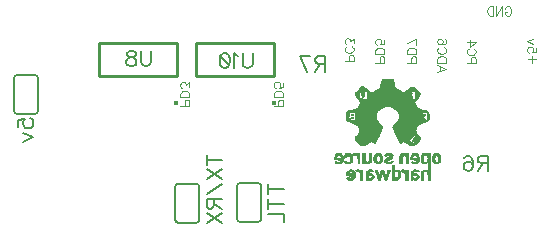
<source format=gbo>
G04 DipTrace 3.1.0.0*
G04 BottomSilk.GBO*
%MOIN*%
G04 #@! TF.FileFunction,Legend,Bot*
G04 #@! TF.Part,Single*
%ADD10C,0.009843*%
%ADD12C,0.002992*%
%ADD44C,0.006*%
%ADD50C,0.015403*%
%ADD86C,0.00772*%
%ADD89C,0.004632*%
%ADD90C,0.003281*%
%FSLAX26Y26*%
G04*
G70*
G90*
G75*
G01*
G04 BotSilk*
%LPD*%
X845324Y265053D2*
D44*
Y375059D1*
X765324Y265053D2*
G03X775324Y255056I9992J-5D01*
G01*
Y385056D2*
G03X765324Y375059I-8J-9992D01*
G01*
X835324Y385056D2*
G02X845324Y375059I8J-9992D01*
G01*
Y265053D2*
G02X835324Y255056I-9992J-5D01*
G01*
X775324D1*
X835324Y385056D2*
X775324D1*
X765324Y375059D2*
Y265053D1*
X639014Y262465D2*
Y372471D1*
X559014Y262465D2*
G03X569014Y252468I9992J-5D01*
G01*
Y382468D2*
G03X559014Y372471I-8J-9992D01*
G01*
X629014Y382468D2*
G02X639014Y372471I8J-9992D01*
G01*
Y262465D2*
G02X629014Y252468I-9992J-5D01*
G01*
X569014D1*
X629014Y382468D2*
X569014D1*
X559014Y372471D2*
Y262465D1*
D50*
X562374Y651147D3*
X563413Y740396D2*
D10*
X303583D1*
X563413Y850632D2*
X303583D1*
Y740396D2*
Y850632D1*
X563413Y740396D2*
Y850632D1*
D50*
X887408Y651147D3*
X888447Y740396D2*
D10*
X628617D1*
X888447Y850632D2*
X628617D1*
Y740396D2*
Y850632D1*
X888447Y740396D2*
Y850632D1*
X101496Y625085D2*
D44*
Y735091D1*
X21496Y625085D2*
G03X31496Y615088I9992J-5D01*
G01*
Y745088D2*
G03X21496Y735091I-8J-9992D01*
G01*
X91496Y745088D2*
G02X101496Y735091I8J-9992D01*
G01*
Y625085D2*
G02X91496Y615088I-9992J-5D01*
G01*
X31496D1*
X91496Y745088D2*
X31496D1*
X21496Y735091D2*
Y625085D1*
X1247912Y731613D2*
D12*
X1283818D1*
X1246531Y728621D2*
X1285199D1*
X1245660Y725629D2*
X1286070D1*
X1245120Y722636D2*
X1286610D1*
X1244546Y719644D2*
X1287184D1*
X1243751Y716652D2*
X1287979D1*
X1242954Y713660D2*
X1288776D1*
X1242410Y710668D2*
X1289320D1*
X1179093Y707676D2*
X1182085D1*
X1241989D2*
X1289741D1*
X1349644D2*
D3*
X1176101Y704684D2*
X1187595D1*
X1241479D2*
X1290251D1*
X1344134D2*
X1355629D1*
X1173109Y701692D2*
X1192723D1*
X1239567D2*
X1292162D1*
X1339006D2*
X1358621D1*
X1170117Y698699D2*
X1197463D1*
X1234634D2*
X1297096D1*
X1334267D2*
X1361613D1*
X1167125Y695707D2*
X1201855D1*
X1228187D2*
X1303543D1*
X1329875D2*
X1364605D1*
X1164144Y692715D2*
X1206022D1*
X1220983D2*
X1310747D1*
X1325707D2*
X1367585D1*
X1161281Y689723D2*
X1176227D1*
X1197046D2*
X1335476D1*
X1358621D2*
X1370449D1*
X1158904Y686731D2*
X1173735D1*
X1179093D2*
X1188070D1*
X1197046D2*
X1343244D1*
X1358621D2*
X1372826D1*
X1157126Y683739D2*
X1171970D1*
X1179105D2*
X1188070D1*
X1197046D2*
X1349644D1*
X1358621D2*
X1374604D1*
X1157343Y680747D2*
X1170790D1*
X1179219D2*
X1188046D1*
X1197046D2*
X1340668D1*
X1358621D2*
X1374386D1*
X1159087Y677755D2*
X1170976D1*
X1179681D2*
X1187818D1*
X1197046D2*
X1344812D1*
X1358621D2*
X1372642D1*
X1161088Y674762D2*
X1171834D1*
X1180704D2*
X1187275D1*
X1197046D2*
X1347882D1*
X1358621D2*
X1370642D1*
X1163091Y671770D2*
X1173109D1*
X1182085D2*
X1184943D1*
X1197046D2*
X1348892D1*
X1358621D2*
X1368639D1*
X1165195Y668778D2*
X1182085D1*
X1197046D2*
X1349644D1*
X1358621D2*
X1366535D1*
X1167518Y665786D2*
X1364211D1*
X1169835Y662794D2*
X1361895D1*
X1171953Y659802D2*
X1359777D1*
X1173999Y656810D2*
X1357731D1*
X1176101Y653818D2*
X1355629D1*
X1174246Y650825D2*
X1357484D1*
X1172539Y647833D2*
X1359190D1*
X1170937Y644841D2*
X1360793D1*
X1169340Y641849D2*
X1362390D1*
X1167239Y638857D2*
X1251030D1*
X1280700D2*
X1364491D1*
X1164339Y635865D2*
X1245558D1*
X1286172D2*
X1367391D1*
X1156471Y632873D2*
X1240894D1*
X1290836D2*
X1375258D1*
X1147086Y629881D2*
X1237285D1*
X1294445D2*
X1384644D1*
X1138770Y626888D2*
X1234626D1*
X1297103D2*
X1392960D1*
X1132351Y623896D2*
X1232584D1*
X1299146D2*
X1399378D1*
X1129815Y620904D2*
X1230863D1*
X1300867D2*
X1401915D1*
X1128956Y617912D2*
X1137203D1*
X1158148D2*
X1229382D1*
X1302348D2*
X1380165D1*
X1397518D2*
X1402774D1*
X1128521Y614920D2*
X1137192D1*
X1143188D2*
X1152164D1*
X1158148D2*
X1228242D1*
X1303487D2*
X1378178D1*
X1382558D2*
X1391534D1*
X1397518D2*
X1403209D1*
X1128337Y611928D2*
X1137078D1*
X1143188D2*
X1152164D1*
X1158148D2*
X1227558D1*
X1304171D2*
X1377749D1*
X1382558D2*
X1389991D1*
X1397518D2*
X1403393D1*
X1128266Y608936D2*
X1136615D1*
X1158148D2*
X1227228D1*
X1304502D2*
X1379405D1*
X1382558D2*
X1385299D1*
X1397518D2*
X1403464D1*
X1128240Y605944D2*
X1135592D1*
X1143188D2*
X1152164D1*
X1158148D2*
X1227181D1*
X1304548D2*
X1383369D1*
X1397518D2*
X1403489D1*
X1128231Y602951D2*
X1134211D1*
X1140196D2*
X1150621D1*
X1158148D2*
X1227513D1*
X1304217D2*
X1385134D1*
X1397518D2*
X1403498D1*
X1128275Y599959D2*
X1137203D1*
X1143188D2*
X1145928D1*
X1158148D2*
X1228323D1*
X1303406D2*
X1389334D1*
X1397518D2*
X1403454D1*
X1128520Y596967D2*
X1140196D1*
X1158148D2*
X1229580D1*
X1302149D2*
X1391534D1*
X1397518D2*
X1403210D1*
X1128975Y593975D2*
X1231314D1*
X1300416D2*
X1402755D1*
X1135691Y590983D2*
X1233573D1*
X1298157D2*
X1396039D1*
X1144365Y587991D2*
X1236215D1*
X1295515D2*
X1387365D1*
X1153017Y584999D2*
X1239142D1*
X1292588D2*
X1378713D1*
X1159655Y582007D2*
X1242323D1*
X1289407D2*
X1372075D1*
X1164642Y579014D2*
X1245404D1*
X1286325D2*
X1367088D1*
X1166963Y576022D2*
X1248050D1*
X1283680D2*
X1364766D1*
X1168649Y573030D2*
X1248684D1*
X1283046D2*
X1363080D1*
X1169907Y570038D2*
X1247978D1*
X1283752D2*
X1361823D1*
X1171029Y567046D2*
X1246985D1*
X1284745D2*
X1360700D1*
X1171870Y564054D2*
X1245951D1*
X1285779D2*
X1359859D1*
X1172328Y561062D2*
X1244956D1*
X1286774D2*
X1359401D1*
X1171605Y558070D2*
X1243821D1*
X1287908D2*
X1360125D1*
X1170428Y555077D2*
X1242520D1*
X1289210D2*
X1361302D1*
X1168735Y552085D2*
X1241119D1*
X1290611D2*
X1362995D1*
X1166505Y549093D2*
X1239659D1*
X1292071D2*
X1365225D1*
X1163986Y546101D2*
X1238180D1*
X1293549D2*
X1367743D1*
X1161548Y543109D2*
X1236687D1*
X1295042D2*
X1349644D1*
X1358472D2*
X1370182D1*
X1159466Y540117D2*
X1235196D1*
X1296534D2*
X1352636D1*
X1358118D2*
X1372264D1*
X1157880Y537125D2*
X1233698D1*
X1298032D2*
X1348621D1*
X1355998D2*
X1373849D1*
X1156727Y534132D2*
X1232205D1*
X1299525D2*
X1344731D1*
X1353014D2*
X1375002D1*
X1157192Y531140D2*
X1230706D1*
X1301024D2*
X1341125D1*
X1350150D2*
X1374538D1*
X1159144Y528148D2*
X1229203D1*
X1302527D2*
X1337676D1*
X1348151D2*
X1372586D1*
X1161675Y525156D2*
X1227627D1*
X1304103D2*
X1340668D1*
X1346652D2*
X1370055D1*
X1164794Y522164D2*
X1206136D1*
X1217991D2*
X1225881D1*
X1305848D2*
X1313739D1*
X1325593D2*
X1346652D1*
X1355629D2*
X1366936D1*
X1168400Y519172D2*
X1200538D1*
X1223975D2*
D3*
X1307755D2*
D3*
X1331192D2*
X1363330D1*
X1172128Y516180D2*
X1195296D1*
X1336434D2*
X1359602D1*
X1175673Y513188D2*
X1190202D1*
X1341527D2*
X1356057D1*
X1179093Y510195D2*
X1185077D1*
X1346652D2*
X1352636D1*
X1095314Y483266D2*
X1110274D1*
X1125235D2*
X1140196D1*
X1152164D2*
X1173109D1*
X1182085D2*
X1191062D1*
X1206022D2*
X1212007D1*
X1226967D2*
X1241928D1*
X1259881D2*
X1277833D1*
X1310747D2*
X1334684D1*
X1349644D2*
X1364605D1*
X1382558D2*
X1406495D1*
X1421455D2*
X1436416D1*
X1092910Y480274D2*
X1112792D1*
X1123843D2*
X1173109D1*
X1182085D2*
X1191062D1*
X1206022D2*
X1212007D1*
X1224449D2*
X1244332D1*
X1256701D2*
X1280226D1*
X1308903D2*
X1334684D1*
X1347126D2*
X1367009D1*
X1380714D2*
X1406495D1*
X1418937D2*
X1438820D1*
X1091160Y477282D2*
X1114926D1*
X1122918D2*
X1173109D1*
X1182085D2*
X1191062D1*
X1206022D2*
X1212007D1*
X1222316D2*
X1246082D1*
X1253896D2*
X1282213D1*
X1307302D2*
X1334684D1*
X1344993D2*
X1368759D1*
X1379113D2*
X1406495D1*
X1416804D2*
X1440570D1*
X1090158Y474290D2*
X1098306D1*
X1107282D2*
X1116645D1*
X1122243D2*
X1129991D1*
X1139607D2*
X1149172D1*
X1163544D2*
X1173109D1*
X1182085D2*
X1191062D1*
X1206022D2*
X1212007D1*
X1220597D2*
X1230547D1*
X1238348D2*
X1247084D1*
X1259881D2*
D3*
X1275104D2*
X1282829D1*
X1306092D2*
X1317319D1*
X1325119D2*
X1334684D1*
X1343273D2*
X1352636D1*
X1361613D2*
X1369761D1*
X1377903D2*
X1385550D1*
X1396930D2*
X1406495D1*
X1415085D2*
X1425036D1*
X1432836D2*
X1441572D1*
X1089671Y471298D2*
X1095314D1*
X1110274D2*
X1123923D1*
X1141346D2*
X1149172D1*
X1165294D2*
X1173109D1*
X1182085D2*
X1191073D1*
X1206011D2*
X1212007D1*
X1219355D2*
X1228809D1*
X1240086D2*
X1247570D1*
X1267245D2*
X1282202D1*
X1305375D2*
X1315569D1*
X1326869D2*
X1334684D1*
X1342011D2*
X1349644D1*
X1364605D2*
X1370247D1*
X1377187D2*
X1385550D1*
X1398669D2*
X1406495D1*
X1413843D2*
X1423297D1*
X1434574D2*
X1442058D1*
X1089453Y468306D2*
X1121417D1*
X1142515D2*
X1149172D1*
X1166296D2*
X1173109D1*
X1182085D2*
X1191187D1*
X1205897D2*
X1212007D1*
X1218728D2*
X1227640D1*
X1241255D2*
X1247780D1*
X1261198D2*
X1279821D1*
X1305019D2*
X1314567D1*
X1327871D2*
X1334684D1*
X1341226D2*
X1370457D1*
X1376842D2*
X1385550D1*
X1399838D2*
X1406495D1*
X1413216D2*
X1422128D1*
X1435743D2*
X1442268D1*
X1089329Y465314D2*
X1119717D1*
X1142329D2*
X1149160D1*
X1166782D2*
X1173109D1*
X1182085D2*
X1191650D1*
X1205434D2*
X1211995D1*
X1218760D2*
X1227826D1*
X1241069D2*
X1247852D1*
X1256710D2*
X1274650D1*
X1304863D2*
X1314081D1*
X1328357D2*
X1334684D1*
X1340668D2*
X1370529D1*
X1376791D2*
X1385550D1*
X1399651D2*
X1406495D1*
X1413248D2*
X1422315D1*
X1435557D2*
X1442340D1*
X1110274Y462321D2*
X1118291D1*
X1141471D2*
X1149032D1*
X1166993D2*
X1173109D1*
X1182085D2*
X1192673D1*
X1204411D2*
X1211878D1*
X1219435D2*
X1228684D1*
X1240211D2*
X1247767D1*
X1255031D2*
X1268774D1*
X1304799D2*
X1313871D1*
X1328567D2*
X1334684D1*
X1364605D2*
X1370444D1*
X1377120D2*
X1385550D1*
X1398794D2*
X1406495D1*
X1413923D2*
X1423172D1*
X1434699D2*
X1442255D1*
X1092322Y459329D2*
X1095314D1*
X1107282D2*
X1116784D1*
X1122243D2*
X1128227D1*
X1140196D2*
X1148716D1*
X1167076D2*
X1173109D1*
X1182085D2*
X1194054D1*
X1203030D2*
X1211381D1*
X1220636D2*
X1229959D1*
X1238936D2*
X1247280D1*
X1254696D2*
X1262873D1*
X1277833D2*
X1283818D1*
X1304776D2*
X1313787D1*
X1328651D2*
X1334684D1*
X1346652D2*
X1349644D1*
X1361613D2*
X1369957D1*
X1377928D2*
X1385550D1*
X1397518D2*
X1406495D1*
X1415124D2*
X1424448D1*
X1433424D2*
X1441768D1*
X1091144Y456337D2*
X1114964D1*
X1122793D2*
X1147217D1*
X1167108D2*
X1173109D1*
X1182085D2*
X1210176D1*
X1222340D2*
X1246080D1*
X1255847D2*
X1283046D1*
X1304767D2*
X1313756D1*
X1328683D2*
X1334684D1*
X1345475D2*
X1368757D1*
X1379156D2*
X1406495D1*
X1416829D2*
X1440568D1*
X1091521Y453345D2*
X1112724D1*
X1123843D2*
X1143933D1*
X1167119D2*
X1173109D1*
X1182085D2*
X1208263D1*
X1224538D2*
X1244168D1*
X1257691D2*
X1280700D1*
X1304764D2*
X1313744D1*
X1328694D2*
X1334684D1*
X1345851D2*
X1366845D1*
X1380743D2*
X1406495D1*
X1419026D2*
X1438656D1*
X1092322Y450353D2*
X1110274D1*
X1125235D2*
X1140196D1*
X1167125D2*
X1173109D1*
X1182085D2*
X1206022D1*
X1226967D2*
X1241928D1*
X1259881D2*
X1277833D1*
X1304762D2*
X1313739D1*
X1328699D2*
X1334684D1*
X1346652D2*
X1364605D1*
X1382558D2*
X1394526D1*
X1400510D2*
X1406495D1*
X1421455D2*
X1436416D1*
X1400510Y447361D2*
X1406495D1*
X1280825Y444369D2*
X1286810D1*
X1400510D2*
X1406495D1*
X1280825Y441377D2*
X1286810D1*
X1400510D2*
X1406495D1*
X1280825Y438384D2*
X1286810D1*
X1400510D2*
X1406495D1*
X1280825Y435392D2*
X1286810D1*
X1400510D2*
X1406495D1*
X1143188Y432400D2*
D3*
X1167125D2*
D3*
X1206022D2*
X1209014D1*
X1280825D2*
X1286810D1*
X1295786D2*
D3*
X1316731D2*
D3*
X1358621D2*
D3*
X1388542D2*
D3*
X1400510D2*
X1406495D1*
X1137559Y429408D2*
X1152164D1*
X1158148D2*
X1182085D1*
X1200856D2*
X1213191D1*
X1223975D2*
X1229959D1*
X1244920D2*
X1250904D1*
X1265865D2*
X1274841D1*
X1280825D2*
X1304762D1*
X1310747D2*
X1334684D1*
X1352073D2*
X1367597D1*
X1384294D2*
X1406495D1*
X1133348Y426416D2*
X1154568D1*
X1162402D2*
X1182085D1*
X1196787D2*
X1215966D1*
X1224449D2*
X1231463D1*
X1243897D2*
X1252399D1*
X1265402D2*
X1273704D1*
X1280825D2*
X1334684D1*
X1346982D2*
X1370589D1*
X1380943D2*
X1406495D1*
X1130226Y423424D2*
X1140196D1*
X1146180D2*
X1156318D1*
X1167119D2*
X1182085D1*
X1195365D2*
X1203030D1*
X1212007D2*
X1217991D1*
X1225296D2*
X1232790D1*
X1242998D2*
X1253644D1*
X1264660D2*
X1272430D1*
X1280825D2*
X1307755D1*
X1311387D2*
X1334684D1*
X1344944D2*
X1352636D1*
X1361613D2*
X1367597D1*
X1378353D2*
X1406495D1*
X1129187Y420432D2*
X1137203D1*
X1149172D2*
X1157320D1*
X1171220D2*
X1182085D1*
X1194606D2*
X1200038D1*
X1226452D2*
X1234271D1*
X1242385D2*
X1254823D1*
X1263878D2*
X1271134D1*
X1280825D2*
X1286810D1*
X1301770D2*
X1307755D1*
X1319478D2*
X1334684D1*
X1344250D2*
X1349644D1*
X1377434D2*
X1385550D1*
X1396930D2*
X1406495D1*
X1128631Y417440D2*
X1157806D1*
X1174285D2*
X1182085D1*
X1194268D2*
X1208990D1*
X1227705D2*
X1235944D1*
X1241928D2*
X1255913D1*
X1263308D2*
X1269969D1*
X1280825D2*
X1286810D1*
X1301770D2*
X1307755D1*
X1323203D2*
X1334684D1*
X1343899D2*
X1358596D1*
X1376939D2*
X1385550D1*
X1398680D2*
X1406495D1*
X1128374Y414447D2*
X1158005D1*
X1175246D2*
X1182085D1*
X1194132D2*
X1216104D1*
X1228855D2*
X1256888D1*
X1262873D2*
X1268933D1*
X1280825D2*
X1286810D1*
X1301770D2*
X1307755D1*
X1324541D2*
X1334684D1*
X1343749D2*
X1365710D1*
X1376716D2*
X1385550D1*
X1399682D2*
X1406495D1*
X1128227Y411455D2*
X1157971D1*
X1175747D2*
X1182085D1*
X1194081D2*
X1219073D1*
X1229885D2*
X1244806D1*
X1250328D2*
X1267873D1*
X1280825D2*
X1286810D1*
X1301770D2*
X1307743D1*
X1325230D2*
X1334684D1*
X1343692D2*
X1368679D1*
X1376626D2*
X1385550D1*
X1400168D2*
X1406495D1*
X1149172Y408463D2*
X1157493D1*
X1175966D2*
X1182085D1*
X1194063D2*
X1200038D1*
X1214999D2*
X1220245D1*
X1230944D2*
X1244422D1*
X1252183D2*
X1266853D1*
X1280825D2*
X1286810D1*
X1301770D2*
X1307614D1*
X1325527D2*
X1334684D1*
X1343671D2*
X1349644D1*
X1364605D2*
X1369852D1*
X1376592D2*
X1385550D1*
X1400378D2*
X1406495D1*
X1131219Y405471D2*
X1137203D1*
X1146180D2*
X1156539D1*
X1176052D2*
X1182085D1*
X1194057D2*
X1203030D1*
X1212007D2*
X1220291D1*
X1231972D2*
X1243705D1*
X1253569D2*
X1265888D1*
X1280825D2*
X1307299D1*
X1325643D2*
X1334684D1*
X1343664D2*
X1352636D1*
X1361613D2*
X1369897D1*
X1376580D2*
X1385550D1*
X1400462D2*
X1406495D1*
X1128227Y402479D2*
X1153829D1*
X1176084D2*
X1182085D1*
X1194055D2*
X1218951D1*
X1233018D2*
X1242930D1*
X1254797D2*
X1264845D1*
X1280825D2*
X1305800D1*
X1325685D2*
X1334684D1*
X1343661D2*
X1368557D1*
X1376576D2*
X1385550D1*
X1400494D2*
X1406495D1*
X1132622Y399487D2*
X1150258D1*
X1176096D2*
X1182085D1*
X1194054D2*
X1215713D1*
X1234358D2*
X1242363D1*
X1255905D2*
X1263814D1*
X1280825D2*
X1302516D1*
X1325700D2*
X1334684D1*
X1343660D2*
X1365319D1*
X1376574D2*
X1385550D1*
X1400505D2*
X1406495D1*
X1137203Y396495D2*
X1146180D1*
X1176101D2*
X1182085D1*
X1194054D2*
X1212007D1*
X1235944D2*
X1241928D1*
X1256888D2*
X1262873D1*
X1280825D2*
X1286810D1*
X1292794D2*
X1298778D1*
X1325707D2*
X1334684D1*
X1343660D2*
X1349644D1*
X1355629D2*
X1361613D1*
X1376573D2*
X1385550D1*
X1400510D2*
X1406495D1*
X1247912Y731613D2*
X1246531Y728621D1*
X1245660Y725629D1*
X1245120Y722636D1*
X1244546Y719644D1*
X1243751Y716652D1*
X1242954Y713660D1*
X1242410Y710668D1*
X1241989Y707676D1*
X1241479Y704684D1*
X1239567Y701692D1*
X1234634Y698699D1*
X1228187Y695707D1*
X1220983Y692715D1*
X1283818Y731613D2*
X1285199Y728621D1*
X1286070Y725629D1*
X1286610Y722636D1*
X1287184Y719644D1*
X1287979Y716652D1*
X1288776Y713660D1*
X1289320Y710668D1*
X1289741Y707676D1*
X1290251Y704684D1*
X1292162Y701692D1*
X1297096Y698699D1*
X1303543Y695707D1*
X1310747Y692715D1*
X1179093Y707676D2*
X1176101Y704684D1*
X1173109Y701692D1*
X1170117Y698699D1*
X1167125Y695707D1*
X1164144Y692715D1*
X1161281Y689723D1*
X1158904Y686731D1*
X1157126Y683739D1*
X1157343Y680747D1*
X1159087Y677755D1*
X1161088Y674762D1*
X1163091Y671770D1*
X1165195Y668778D1*
X1167518Y665786D1*
X1169835Y662794D1*
X1171953Y659802D1*
X1173999Y656810D1*
X1176101Y653818D1*
X1174246Y650825D1*
X1172539Y647833D1*
X1170937Y644841D1*
X1169340Y641849D1*
X1167239Y638857D1*
X1164339Y635865D1*
X1156471Y632873D1*
X1147086Y629881D1*
X1138770Y626888D1*
X1132351Y623896D1*
X1129815Y620904D1*
X1128956Y617912D1*
X1128521Y614920D1*
X1128337Y611928D1*
X1128266Y608936D1*
X1128240Y605944D1*
X1128231Y602951D1*
X1128275Y599959D1*
X1128520Y596967D1*
X1128975Y593975D1*
X1135691Y590983D1*
X1144365Y587991D1*
X1153017Y584999D1*
X1159655Y582007D1*
X1164642Y579014D1*
X1166963Y576022D1*
X1168649Y573030D1*
X1169907Y570038D1*
X1171029Y567046D1*
X1171870Y564054D1*
X1172328Y561062D1*
X1171605Y558070D1*
X1170428Y555077D1*
X1168735Y552085D1*
X1166505Y549093D1*
X1163986Y546101D1*
X1161548Y543109D1*
X1159466Y540117D1*
X1157880Y537125D1*
X1156727Y534132D1*
X1157192Y531140D1*
X1159144Y528148D1*
X1161675Y525156D1*
X1164794Y522164D1*
X1168400Y519172D1*
X1172128Y516180D1*
X1175673Y513188D1*
X1179093Y510195D1*
X1182085Y707676D2*
X1187595Y704684D1*
X1192723Y701692D1*
X1197463Y698699D1*
X1201855Y695707D1*
X1206022Y692715D1*
X1349644Y707676D2*
X1344134Y704684D1*
X1339006Y701692D1*
X1334267Y698699D1*
X1329875Y695707D1*
X1325707Y692715D1*
X1355629Y704684D2*
X1358621Y701692D1*
X1361613Y698699D1*
X1364605Y695707D1*
X1367585Y692715D1*
X1370449Y689723D1*
X1372826Y686731D1*
X1374604Y683739D1*
X1374386Y680747D1*
X1372642Y677755D1*
X1370642Y674762D1*
X1368639Y671770D1*
X1366535Y668778D1*
X1364211Y665786D1*
X1361895Y662794D1*
X1359777Y659802D1*
X1357731Y656810D1*
X1355629Y653818D1*
X1357484Y650825D1*
X1359190Y647833D1*
X1360793Y644841D1*
X1362390Y641849D1*
X1364491Y638857D1*
X1367391Y635865D1*
X1375258Y632873D1*
X1384644Y629881D1*
X1392960Y626888D1*
X1399378Y623896D1*
X1401915Y620904D1*
X1402774Y617912D1*
X1403209Y614920D1*
X1403393Y611928D1*
X1403464Y608936D1*
X1403489Y605944D1*
X1403498Y602951D1*
X1403454Y599959D1*
X1403210Y596967D1*
X1402755Y593975D1*
X1396039Y590983D1*
X1387365Y587991D1*
X1378713Y584999D1*
X1372075Y582007D1*
X1367088Y579014D1*
X1364766Y576022D1*
X1363080Y573030D1*
X1361823Y570038D1*
X1360700Y567046D1*
X1359859Y564054D1*
X1359401Y561062D1*
X1360125Y558070D1*
X1361302Y555077D1*
X1362995Y552085D1*
X1365225Y549093D1*
X1367743Y546101D1*
X1370182Y543109D1*
X1372264Y540117D1*
X1373849Y537125D1*
X1375002Y534132D1*
X1374538Y531140D1*
X1372586Y528148D1*
X1370055Y525156D1*
X1366936Y522164D1*
X1363330Y519172D1*
X1359602Y516180D1*
X1356057Y513188D1*
X1352636Y510195D1*
X1179093Y692715D2*
X1176227Y689723D1*
X1173735Y686731D1*
X1171970Y683739D1*
X1170790Y680747D1*
X1170976Y677755D1*
X1171834Y674762D1*
X1173109Y671770D1*
X1197046Y692715D2*
Y689723D1*
Y686731D1*
Y683739D1*
Y680747D1*
Y677755D1*
Y674762D1*
Y671770D1*
Y668778D1*
X1325707Y692715D2*
X1335476Y689723D1*
X1343244Y686731D1*
X1349644Y683739D1*
X1340668Y680747D1*
X1344812Y677755D1*
X1347882Y674762D1*
X1348892Y671770D1*
X1349644Y668778D1*
X1358621Y692715D2*
Y689723D1*
Y686731D1*
Y683739D1*
Y680747D1*
Y677755D1*
Y674762D1*
Y671770D1*
Y668778D1*
X1179093Y686731D2*
X1179105Y683739D1*
X1179219Y680747D1*
X1179681Y677755D1*
X1180704Y674762D1*
X1182085Y671770D1*
X1188070Y686731D2*
Y683739D1*
X1188046Y680747D1*
X1187818Y677755D1*
X1187275Y674762D1*
X1184943Y671770D1*
X1182085Y668778D1*
X1256888Y641849D2*
X1251030Y638857D1*
X1245558Y635865D1*
X1240894Y632873D1*
X1237285Y629881D1*
X1234626Y626888D1*
X1232584Y623896D1*
X1230863Y620904D1*
X1229382Y617912D1*
X1228242Y614920D1*
X1227558Y611928D1*
X1227228Y608936D1*
X1227181Y605944D1*
X1227513Y602951D1*
X1228323Y599959D1*
X1229580Y596967D1*
X1231314Y593975D1*
X1233573Y590983D1*
X1236215Y587991D1*
X1239142Y584999D1*
X1242323Y582007D1*
X1245404Y579014D1*
X1248050Y576022D1*
X1248684Y573030D1*
X1247978Y570038D1*
X1246985Y567046D1*
X1245951Y564054D1*
X1244956Y561062D1*
X1243821Y558070D1*
X1242520Y555077D1*
X1241119Y552085D1*
X1239659Y549093D1*
X1238180Y546101D1*
X1236687Y543109D1*
X1235196Y540117D1*
X1233698Y537125D1*
X1232205Y534132D1*
X1230706Y531140D1*
X1229203Y528148D1*
X1227627Y525156D1*
X1225881Y522164D1*
X1223975Y519172D1*
X1274841Y641849D2*
X1280700Y638857D1*
X1286172Y635865D1*
X1290836Y632873D1*
X1294445Y629881D1*
X1297103Y626888D1*
X1299146Y623896D1*
X1300867Y620904D1*
X1302348Y617912D1*
X1303487Y614920D1*
X1304171Y611928D1*
X1304502Y608936D1*
X1304548Y605944D1*
X1304217Y602951D1*
X1303406Y599959D1*
X1302149Y596967D1*
X1300416Y593975D1*
X1298157Y590983D1*
X1295515Y587991D1*
X1292588Y584999D1*
X1289407Y582007D1*
X1286325Y579014D1*
X1283680Y576022D1*
X1283046Y573030D1*
X1283752Y570038D1*
X1284745Y567046D1*
X1285779Y564054D1*
X1286774Y561062D1*
X1287908Y558070D1*
X1289210Y555077D1*
X1290611Y552085D1*
X1292071Y549093D1*
X1293549Y546101D1*
X1295042Y543109D1*
X1296534Y540117D1*
X1298032Y537125D1*
X1299525Y534132D1*
X1301024Y531140D1*
X1302527Y528148D1*
X1304103Y525156D1*
X1305848Y522164D1*
X1307755Y519172D1*
X1137203Y620904D2*
Y617912D1*
X1137192Y614920D1*
X1137078Y611928D1*
X1136615Y608936D1*
X1135592Y605944D1*
X1134211Y602951D1*
X1137203Y599959D1*
X1140196Y596967D1*
X1158148Y620904D2*
Y617912D1*
Y614920D1*
Y611928D1*
Y608936D1*
Y605944D1*
Y602951D1*
Y599959D1*
Y596967D1*
X1382558Y620904D2*
X1380165Y617912D1*
X1378178Y614920D1*
X1377749Y611928D1*
X1379405Y608936D1*
X1383369Y605944D1*
X1387043Y602951D1*
X1389607Y599959D1*
X1391534Y596967D1*
X1397518Y620904D2*
Y617912D1*
Y614920D1*
Y611928D1*
Y608936D1*
Y605944D1*
Y602951D1*
Y599959D1*
Y596967D1*
X1143188Y614920D2*
Y611928D1*
X1152164Y614920D2*
Y611928D1*
X1382558Y614920D2*
Y611928D1*
Y608936D1*
X1391534Y614920D2*
X1389991Y611928D1*
X1385299Y608936D1*
X1379566Y605944D1*
X1385134Y602951D1*
X1389334Y599959D1*
X1391534Y596967D1*
X1143188Y605944D2*
X1140196Y602951D1*
X1143188Y599959D1*
X1152164Y605944D2*
X1150621Y602951D1*
X1145928Y599959D1*
X1140196Y596967D1*
X1346652Y546101D2*
X1349644Y543109D1*
X1352636Y540117D1*
X1348621Y537125D1*
X1344731Y534132D1*
X1341125Y531140D1*
X1337676Y528148D1*
X1340668Y525156D1*
X1358621Y546101D2*
X1358472Y543109D1*
X1358118Y540117D1*
X1355998Y537125D1*
X1353014Y534132D1*
X1350150Y531140D1*
X1348151Y528148D1*
X1346652Y525156D1*
X1212007D2*
X1206136Y522164D1*
X1200538Y519172D1*
X1195296Y516180D1*
X1190202Y513188D1*
X1185077Y510195D1*
X1212007Y525156D2*
X1217991Y522164D1*
X1223975Y519172D1*
X1319723Y525156D2*
X1313739Y522164D1*
X1307755Y519172D1*
X1319723Y525156D2*
X1325593Y522164D1*
X1331192Y519172D1*
X1336434Y516180D1*
X1341527Y513188D1*
X1346652Y510195D1*
Y522164D2*
X1352636Y525156D2*
X1355629Y522164D1*
X1095314Y483266D2*
X1092910Y480274D1*
X1091160Y477282D1*
X1090158Y474290D1*
X1089671Y471298D1*
X1089453Y468306D1*
X1089329Y465314D1*
X1110274Y462321D1*
X1107282Y459329D1*
X1110274Y483266D2*
X1112792Y480274D1*
X1114926Y477282D1*
X1116645Y474290D1*
X1117887Y471298D1*
X1118513Y468306D1*
X1118482Y465314D1*
X1117806Y462321D1*
X1116605Y459329D1*
X1114901Y456337D1*
X1112703Y453345D1*
X1110274Y450353D1*
X1125235Y483266D2*
X1123843Y480274D1*
X1122918Y477282D1*
X1122243Y474290D1*
X1140196Y483266D2*
X1152164D2*
X1173109D2*
Y480274D1*
Y477282D1*
Y474290D1*
Y471298D1*
Y468306D1*
Y465314D1*
Y462321D1*
Y459329D1*
Y456337D1*
Y453345D1*
Y450353D1*
X1182085Y483266D2*
Y480274D1*
Y477282D1*
Y474290D1*
Y471298D1*
Y468306D1*
Y465314D1*
Y462321D1*
Y459329D1*
Y456337D1*
Y453345D1*
Y450353D1*
X1191062Y483266D2*
Y480274D1*
Y477282D1*
Y474290D1*
X1191073Y471298D1*
X1191187Y468306D1*
X1191650Y465314D1*
X1192673Y462321D1*
X1194054Y459329D1*
X1206022Y483266D2*
Y480274D1*
Y477282D1*
Y474290D1*
X1206011Y471298D1*
X1205897Y468306D1*
X1205434Y465314D1*
X1204411Y462321D1*
X1203030Y459329D1*
X1212007Y483266D2*
Y480274D1*
Y477282D1*
Y474290D1*
Y471298D1*
Y468306D1*
X1211995Y465314D1*
X1211878Y462321D1*
X1211381Y459329D1*
X1210176Y456337D1*
X1208263Y453345D1*
X1206022Y450353D1*
X1226967Y483266D2*
X1224449Y480274D1*
X1222316Y477282D1*
X1220597Y474290D1*
X1219355Y471298D1*
X1218728Y468306D1*
X1218760Y465314D1*
X1219435Y462321D1*
X1220636Y459329D1*
X1222340Y456337D1*
X1224538Y453345D1*
X1226967Y450353D1*
X1241928Y483266D2*
X1244332Y480274D1*
X1246082Y477282D1*
X1247084Y474290D1*
X1247570Y471298D1*
X1247780Y468306D1*
X1247852Y465314D1*
X1247767Y462321D1*
X1247280Y459329D1*
X1246080Y456337D1*
X1244168Y453345D1*
X1241928Y450353D1*
X1259881Y483266D2*
X1256701Y480274D1*
X1253896Y477282D1*
X1259881Y474290D1*
X1277833Y483266D2*
X1280226Y480274D1*
X1282213Y477282D1*
X1282829Y474290D1*
X1282202Y471298D1*
X1279821Y468306D1*
X1274650Y465314D1*
X1268774Y462321D1*
X1262873Y459329D1*
X1310747Y483266D2*
X1308903Y480274D1*
X1307302Y477282D1*
X1306092Y474290D1*
X1305375Y471298D1*
X1305019Y468306D1*
X1304863Y465314D1*
X1304799Y462321D1*
X1304776Y459329D1*
X1304767Y456337D1*
X1304764Y453345D1*
X1304762Y450353D1*
X1334684Y483266D2*
Y480274D1*
Y477282D1*
Y474290D1*
Y471298D1*
Y468306D1*
Y465314D1*
Y462321D1*
Y459329D1*
Y456337D1*
Y453345D1*
Y450353D1*
X1349644Y483266D2*
X1347126Y480274D1*
X1344993Y477282D1*
X1343273Y474290D1*
X1342011Y471298D1*
X1341226Y468306D1*
X1340668Y465314D1*
X1364605Y462321D1*
X1361613Y459329D1*
X1364605Y483266D2*
X1367009Y480274D1*
X1368759Y477282D1*
X1369761Y474290D1*
X1370247Y471298D1*
X1370457Y468306D1*
X1370529Y465314D1*
X1370444Y462321D1*
X1369957Y459329D1*
X1368757Y456337D1*
X1366845Y453345D1*
X1364605Y450353D1*
X1382558Y483266D2*
X1380714Y480274D1*
X1379113Y477282D1*
X1377903Y474290D1*
X1377187Y471298D1*
X1376842Y468306D1*
X1376791Y465314D1*
X1377120Y462321D1*
X1377928Y459329D1*
X1379156Y456337D1*
X1380743Y453345D1*
X1382558Y450353D1*
X1406495Y483266D2*
Y480274D1*
Y477282D1*
Y474290D1*
Y471298D1*
Y468306D1*
Y465314D1*
Y462321D1*
Y459329D1*
Y456337D1*
Y453345D1*
Y450353D1*
Y447361D1*
Y444369D1*
Y441377D1*
Y438384D1*
Y435392D1*
Y432400D1*
Y429408D1*
Y426416D1*
Y423424D1*
Y420432D1*
Y417440D1*
Y414447D1*
Y411455D1*
Y408463D1*
Y405471D1*
Y402479D1*
Y399487D1*
Y396495D1*
X1421455Y483266D2*
X1418937Y480274D1*
X1416804Y477282D1*
X1415085Y474290D1*
X1413843Y471298D1*
X1413216Y468306D1*
X1413248Y465314D1*
X1413923Y462321D1*
X1415124Y459329D1*
X1416829Y456337D1*
X1419026Y453345D1*
X1421455Y450353D1*
X1436416Y483266D2*
X1438820Y480274D1*
X1440570Y477282D1*
X1441572Y474290D1*
X1442058Y471298D1*
X1442268Y468306D1*
X1442340Y465314D1*
X1442255Y462321D1*
X1441768Y459329D1*
X1440568Y456337D1*
X1438656Y453345D1*
X1436416Y450353D1*
X1101298Y477282D2*
X1098306Y474290D1*
X1095314Y471298D1*
X1104290Y477282D2*
X1107282Y474290D1*
X1110274Y471298D1*
X1137203Y477282D2*
X1129991Y474290D1*
X1123923Y471298D1*
X1121417Y468306D1*
X1119717Y465314D1*
X1118291Y462321D1*
X1116784Y459329D1*
X1114964Y456337D1*
X1112724Y453345D1*
X1110274Y450353D1*
X1137203Y477282D2*
X1139607Y474290D1*
X1141346Y471298D1*
X1142515Y468306D1*
X1142329Y465314D1*
X1141471Y462321D1*
X1140196Y459329D1*
X1149172Y477282D2*
Y474290D1*
Y471298D1*
Y468306D1*
X1149160Y465314D1*
X1149032Y462321D1*
X1148716Y459329D1*
X1147217Y456337D1*
X1143933Y453345D1*
X1140196Y450353D1*
X1161140Y477282D2*
X1163544Y474290D1*
X1165294Y471298D1*
X1166296Y468306D1*
X1166782Y465314D1*
X1166993Y462321D1*
X1167076Y459329D1*
X1167108Y456337D1*
X1167119Y453345D1*
X1167125Y450353D1*
X1232951Y477282D2*
X1230547Y474290D1*
X1228809Y471298D1*
X1227640Y468306D1*
X1227826Y465314D1*
X1228684Y462321D1*
X1229959Y459329D1*
X1235944Y477282D2*
X1238348Y474290D1*
X1240086Y471298D1*
X1241255Y468306D1*
X1241069Y465314D1*
X1240211Y462321D1*
X1238936Y459329D1*
X1283818Y477282D2*
X1275104Y474290D1*
X1267245Y471298D1*
X1261198Y468306D1*
X1256710Y465314D1*
X1255031Y462321D1*
X1254696Y459329D1*
X1255847Y456337D1*
X1257691Y453345D1*
X1259881Y450353D1*
X1319723Y477282D2*
X1317319Y474290D1*
X1315569Y471298D1*
X1314567Y468306D1*
X1314081Y465314D1*
X1313871Y462321D1*
X1313787Y459329D1*
X1313756Y456337D1*
X1313744Y453345D1*
X1313739Y450353D1*
X1322715Y477282D2*
X1325119Y474290D1*
X1326869Y471298D1*
X1327871Y468306D1*
X1328357Y465314D1*
X1328567Y462321D1*
X1328651Y459329D1*
X1328683Y456337D1*
X1328694Y453345D1*
X1328699Y450353D1*
X1355629Y477282D2*
X1352636Y474290D1*
X1349644Y471298D1*
X1358621Y477282D2*
X1361613Y474290D1*
X1364605Y471298D1*
X1385550Y477282D2*
Y474290D1*
Y471298D1*
Y468306D1*
Y465314D1*
Y462321D1*
Y459329D1*
X1394526Y477282D2*
X1396930Y474290D1*
X1398669Y471298D1*
X1399838Y468306D1*
X1399651Y465314D1*
X1398794Y462321D1*
X1397518Y459329D1*
X1427440Y477282D2*
X1425036Y474290D1*
X1423297Y471298D1*
X1422128Y468306D1*
X1422315Y465314D1*
X1423172Y462321D1*
X1424448Y459329D1*
X1430432Y477282D2*
X1432836Y474290D1*
X1434574Y471298D1*
X1435743Y468306D1*
X1435557Y465314D1*
X1434699Y462321D1*
X1433424Y459329D1*
X1092322D2*
X1091144Y456337D1*
X1091521Y453345D1*
X1092322Y450353D1*
X1095314Y459329D2*
X1122243D2*
X1122793Y456337D1*
X1123843Y453345D1*
X1125235Y450353D1*
X1128227Y459329D2*
X1277833D2*
X1283818D2*
X1283046Y456337D1*
X1280700Y453345D1*
X1277833Y450353D1*
X1346652Y459329D2*
X1345475Y456337D1*
X1345851Y453345D1*
X1346652Y450353D1*
X1349644Y459329D2*
X1397518Y453345D2*
X1394526Y450353D1*
X1400510Y453345D2*
Y450353D1*
Y447361D1*
Y444369D1*
Y441377D1*
Y438384D1*
Y435392D1*
Y432400D1*
X1280825Y444369D2*
Y441377D1*
Y438384D1*
Y435392D1*
Y432400D1*
Y429408D1*
Y426416D1*
Y423424D1*
Y420432D1*
Y417440D1*
Y414447D1*
Y411455D1*
Y408463D1*
Y405471D1*
Y402479D1*
Y399487D1*
Y396495D1*
X1286810Y444369D2*
Y441377D1*
Y438384D1*
Y435392D1*
Y432400D1*
X1143188D2*
X1137559Y429408D1*
X1133348Y426416D1*
X1130226Y423424D1*
X1129187Y420432D1*
X1128631Y417440D1*
X1128374Y414447D1*
X1128227Y411455D1*
X1149172Y408463D1*
X1146180Y405471D1*
X1167125Y432400D2*
X1158148Y429408D1*
X1162402Y426416D1*
X1167119Y423424D1*
X1171220Y420432D1*
X1174285Y417440D1*
X1175246Y414447D1*
X1175747Y411455D1*
X1175966Y408463D1*
X1176052Y405471D1*
X1176084Y402479D1*
X1176096Y399487D1*
X1176101Y396495D1*
X1206022Y432400D2*
X1200856Y429408D1*
X1196787Y426416D1*
X1195365Y423424D1*
X1194606Y420432D1*
X1194268Y417440D1*
X1194132Y414447D1*
X1194081Y411455D1*
X1194063Y408463D1*
X1194057Y405471D1*
X1194055Y402479D1*
X1194054Y399487D1*
Y396495D1*
X1209014Y432400D2*
X1213191Y429408D1*
X1215966Y426416D1*
X1217991Y423424D1*
X1295786Y432400D2*
X1316731D2*
X1310747Y429408D1*
X1358621Y432400D2*
X1352073Y429408D1*
X1346982Y426416D1*
X1344944Y423424D1*
X1344250Y420432D1*
X1343899Y417440D1*
X1343749Y414447D1*
X1343692Y411455D1*
X1343671Y408463D1*
X1343664Y405471D1*
X1343661Y402479D1*
X1343660Y399487D1*
Y396495D1*
X1388542Y432400D2*
X1384294Y429408D1*
X1380943Y426416D1*
X1378353Y423424D1*
X1377434Y420432D1*
X1376939Y417440D1*
X1376716Y414447D1*
X1376626Y411455D1*
X1376592Y408463D1*
X1376580Y405471D1*
X1376576Y402479D1*
X1376574Y399487D1*
X1376573Y396495D1*
X1152164Y429408D2*
X1154568Y426416D1*
X1156318Y423424D1*
X1157320Y420432D1*
X1157806Y417440D1*
X1158005Y414447D1*
X1157971Y411455D1*
X1157493Y408463D1*
X1156539Y405471D1*
X1153829Y402479D1*
X1150258Y399487D1*
X1146180Y396495D1*
X1182085Y429408D2*
Y426416D1*
Y423424D1*
Y420432D1*
Y417440D1*
Y414447D1*
Y411455D1*
Y408463D1*
Y405471D1*
Y402479D1*
Y399487D1*
Y396495D1*
X1223975Y429408D2*
X1224449Y426416D1*
X1225296Y423424D1*
X1226452Y420432D1*
X1227705Y417440D1*
X1228855Y414447D1*
X1229885Y411455D1*
X1230944Y408463D1*
X1231972Y405471D1*
X1233018Y402479D1*
X1234358Y399487D1*
X1235944Y396495D1*
X1229959Y429408D2*
X1231463Y426416D1*
X1232790Y423424D1*
X1234271Y420432D1*
X1235944Y417440D1*
X1244920Y429408D2*
X1243897Y426416D1*
X1242998Y423424D1*
X1242385Y420432D1*
X1241928Y417440D1*
X1250904Y429408D2*
X1252399Y426416D1*
X1253644Y423424D1*
X1254823Y420432D1*
X1255913Y417440D1*
X1256888Y414447D1*
X1265865Y429408D2*
X1265402Y426416D1*
X1264660Y423424D1*
X1263878Y420432D1*
X1263308Y417440D1*
X1262873Y414447D1*
X1274841Y429408D2*
X1273704Y426416D1*
X1272430Y423424D1*
X1271134Y420432D1*
X1269969Y417440D1*
X1268933Y414447D1*
X1267873Y411455D1*
X1266853Y408463D1*
X1265888Y405471D1*
X1264845Y402479D1*
X1263814Y399487D1*
X1262873Y396495D1*
X1304762Y429408D2*
X1334684D2*
Y426416D1*
Y423424D1*
Y420432D1*
Y417440D1*
Y414447D1*
Y411455D1*
Y408463D1*
Y405471D1*
Y402479D1*
Y399487D1*
Y396495D1*
X1367597Y429408D2*
X1370589Y426416D1*
X1367597Y423424D1*
X1143188Y426416D2*
X1140196Y423424D1*
X1137203Y420432D1*
X1143188Y426416D2*
X1146180Y423424D1*
X1149172Y420432D1*
X1206022Y426416D2*
X1203030Y423424D1*
X1200038Y420432D1*
X1208990Y417440D1*
X1216104Y414447D1*
X1219073Y411455D1*
X1220245Y408463D1*
X1220291Y405471D1*
X1218951Y402479D1*
X1215713Y399487D1*
X1212007Y396495D1*
X1209014Y426416D2*
X1212007Y423424D1*
X1307755Y426416D2*
Y423424D1*
Y420432D1*
Y417440D1*
Y414447D1*
X1307743Y411455D1*
X1307614Y408463D1*
X1307299Y405471D1*
X1305800Y402479D1*
X1302516Y399487D1*
X1298778Y396495D1*
X1301770Y426416D2*
X1311387Y423424D1*
X1319478Y420432D1*
X1323203Y417440D1*
X1324541Y414447D1*
X1325230Y411455D1*
X1325527Y408463D1*
X1325643Y405471D1*
X1325685Y402479D1*
X1325700Y399487D1*
X1325707Y396495D1*
X1355629Y426416D2*
X1352636Y423424D1*
X1349644Y420432D1*
X1358596Y417440D1*
X1365710Y414447D1*
X1368679Y411455D1*
X1369852Y408463D1*
X1369897Y405471D1*
X1368557Y402479D1*
X1365319Y399487D1*
X1361613Y396495D1*
X1358621Y426416D2*
X1361613Y423424D1*
X1286810D2*
Y420432D1*
Y417440D1*
Y414447D1*
Y411455D1*
Y408463D1*
X1301770Y423424D2*
Y420432D1*
Y417440D1*
Y414447D1*
Y411455D1*
Y408463D1*
X1385550Y423424D2*
Y420432D1*
Y417440D1*
Y414447D1*
Y411455D1*
Y408463D1*
Y405471D1*
Y402479D1*
Y399487D1*
Y396495D1*
X1394526Y423424D2*
X1396930Y420432D1*
X1398680Y417440D1*
X1399682Y414447D1*
X1400168Y411455D1*
X1400378Y408463D1*
X1400462Y405471D1*
X1400494Y402479D1*
X1400505Y399487D1*
X1400510Y396495D1*
X1244920Y414447D2*
X1244806Y411455D1*
X1244422Y408463D1*
X1243705Y405471D1*
X1242930Y402479D1*
X1242363Y399487D1*
X1241928Y396495D1*
X1247912Y414447D2*
X1250328Y411455D1*
X1252183Y408463D1*
X1253569Y405471D1*
X1254797Y402479D1*
X1255905Y399487D1*
X1256888Y396495D1*
X1197046Y411455D2*
X1200038Y408463D1*
X1203030Y405471D1*
X1217991Y411455D2*
X1214999Y408463D1*
X1212007Y405471D1*
X1346652Y411455D2*
X1349644Y408463D1*
X1352636Y405471D1*
X1367597Y411455D2*
X1364605Y408463D1*
X1361613Y405471D1*
X1131219D2*
X1128227Y402479D1*
X1132622Y399487D1*
X1137203Y396495D1*
Y405471D2*
X1289802Y399487D2*
X1286810Y396495D1*
X1289802Y399487D2*
X1292794Y396495D1*
X1352636Y399487D2*
X1349644Y396495D1*
X1352636Y399487D2*
X1355629Y396495D1*
X1600718Y451564D2*
D86*
X1579218D1*
X1572033Y453996D1*
X1569601Y456373D1*
X1567224Y461126D1*
Y465934D1*
X1569601Y470688D1*
X1572033Y473119D1*
X1579218Y475496D1*
X1600718D1*
Y425256D1*
X1583971Y451564D2*
X1567224Y425256D1*
X1523100Y468311D2*
X1525477Y473064D1*
X1532662Y475441D1*
X1537415D1*
X1544600Y473064D1*
X1549408Y465879D1*
X1551785Y453941D1*
Y442003D1*
X1549408Y432441D1*
X1544600Y427633D1*
X1537415Y425256D1*
X1535038D1*
X1527908Y427633D1*
X1523100Y432441D1*
X1520723Y439626D1*
Y442003D1*
X1523100Y449188D1*
X1527908Y453941D1*
X1535038Y456317D1*
X1537415D1*
X1544600Y453941D1*
X1549408Y449188D1*
X1551785Y442003D1*
X1058126Y782849D2*
X1036626D1*
X1029441Y785281D1*
X1027010Y787658D1*
X1024633Y792411D1*
Y797219D1*
X1027010Y801972D1*
X1029441Y804404D1*
X1036626Y806781D1*
X1058126D1*
Y756541D1*
X1041380Y782849D2*
X1024633Y756541D1*
X999632D2*
X975700Y806726D1*
X1009194D1*
X869601Y364085D2*
X919841D1*
X869601Y380831D2*
Y347338D1*
Y315152D2*
X919841D1*
X869601Y331899D2*
Y298406D1*
Y282966D2*
X919841D1*
Y254281D1*
X663291Y462834D2*
X713531D1*
X663291Y479580D2*
Y446087D1*
Y430648D2*
X713531Y397154D1*
X663291D2*
X713531Y430648D1*
Y381715D2*
X663347Y348222D1*
X687223Y332783D2*
Y311283D1*
X684791Y304098D1*
X682415Y301666D1*
X677662Y299289D1*
X672853D1*
X668100Y301666D1*
X665668Y304098D1*
X663291Y311283D1*
Y332783D1*
X713531D1*
X687223Y316036D2*
X713531Y299289D1*
X663291Y283850D2*
X713531Y250357D1*
X663291D2*
X713531Y283850D1*
X478015Y825213D2*
Y789343D1*
X475638Y782158D1*
X470830Y777404D1*
X463645Y774973D1*
X458891D1*
X451706Y777404D1*
X446898Y782158D1*
X444521Y789343D1*
Y825213D1*
X417144Y825157D2*
X424274Y822781D1*
X426706Y818027D1*
Y813219D1*
X424274Y808466D1*
X419521Y806034D1*
X409959Y803657D1*
X402774Y801281D1*
X398021Y796472D1*
X395644Y791719D1*
Y784534D1*
X398021Y779781D1*
X400397Y777349D1*
X407582Y774973D1*
X417144D1*
X424274Y777349D1*
X426706Y779781D1*
X429082Y784534D1*
Y791719D1*
X426706Y796472D1*
X421897Y801281D1*
X414767Y803657D1*
X405206Y806034D1*
X400397Y808466D1*
X398021Y813219D1*
Y818027D1*
X400397Y822781D1*
X407582Y825157D1*
X417144D1*
X816793Y818962D2*
Y783092D1*
X814416Y775907D1*
X809608Y771154D1*
X802423Y768722D1*
X797670D1*
X790485Y771154D1*
X785676Y775907D1*
X783300Y783092D1*
Y818962D1*
X767860Y809345D2*
X763052Y811777D1*
X755867Y818907D1*
Y768722D1*
X726057Y818907D2*
X733242Y816530D1*
X738051Y809345D1*
X740428Y797407D1*
Y790222D1*
X738051Y778283D1*
X733242Y771098D1*
X726057Y768722D1*
X721304D1*
X714119Y771098D1*
X709366Y778283D1*
X706934Y790222D1*
Y797407D1*
X709366Y809345D1*
X714119Y816530D1*
X721304Y818907D1*
X726057D1*
X709366Y809345D2*
X738051Y778283D1*
X35838Y571449D2*
Y595326D1*
X57337Y597702D1*
X54961Y595326D1*
X52529Y588141D1*
Y581011D1*
X54961Y573826D1*
X59714Y569017D1*
X66899Y566641D1*
X71652D1*
X78837Y569017D1*
X83646Y573826D1*
X86022Y581011D1*
Y588141D1*
X83646Y595326D1*
X81214Y597702D1*
X76461Y600134D1*
X52529Y551202D2*
X86022Y536832D1*
X52529Y522517D1*
X1657742Y966214D2*
D89*
X1659168Y969066D1*
X1662053Y971951D1*
X1664905Y973377D1*
X1670642D1*
X1673527Y971951D1*
X1676379Y969066D1*
X1677838Y966214D1*
X1679264Y961903D1*
Y954707D1*
X1677838Y950429D1*
X1676379Y947544D1*
X1673527Y944692D1*
X1670642Y943233D1*
X1664905D1*
X1662053Y944692D1*
X1659168Y947544D1*
X1657742Y950429D1*
Y954707D1*
X1664905D1*
X1628383Y973377D2*
Y943233D1*
X1648479Y973377D1*
Y943233D1*
X1619119Y973377D2*
Y943233D1*
X1609071D1*
X1604760Y944692D1*
X1601875Y947544D1*
X1600449Y950429D1*
X1599023Y954707D1*
Y961903D1*
X1600449Y966214D1*
X1601875Y969066D1*
X1604760Y971951D1*
X1609071Y973377D1*
X1619119D1*
X1432118Y777309D2*
X1462262Y765802D1*
X1432118Y754328D1*
X1442166Y758639D2*
Y772998D1*
X1462262Y786573D2*
X1432118D1*
Y796621D1*
X1433577Y800932D1*
X1436429Y803817D1*
X1439314Y805243D1*
X1443592Y806669D1*
X1450788D1*
X1455099Y805243D1*
X1457951Y803817D1*
X1460836Y800932D1*
X1462262Y796621D1*
Y786573D1*
X1455099Y837454D2*
X1457951Y836028D1*
X1460836Y833143D1*
X1462262Y830291D1*
Y824554D1*
X1460836Y821669D1*
X1457951Y818817D1*
X1455099Y817358D1*
X1450788Y815932D1*
X1443592D1*
X1439314Y817358D1*
X1436429Y818817D1*
X1433577Y821669D1*
X1432118Y824554D1*
Y830291D1*
X1433577Y833143D1*
X1436429Y836028D1*
X1439314Y837454D1*
X1457951Y863929D2*
X1460803Y862503D1*
X1462229Y858192D1*
Y855340D1*
X1460803Y851029D1*
X1456492Y848144D1*
X1449329Y846718D1*
X1442166D1*
X1436429Y848144D1*
X1433544Y851029D1*
X1432118Y855340D1*
Y856766D1*
X1433544Y861044D1*
X1436429Y863929D1*
X1440740Y865355D1*
X1442166D1*
X1446477Y863929D1*
X1449329Y861044D1*
X1450755Y856766D1*
Y855340D1*
X1449329Y851029D1*
X1446477Y848144D1*
X1442166Y846718D1*
X1346477Y786540D2*
Y799473D1*
X1347903Y803750D1*
X1349362Y805210D1*
X1352214Y806636D1*
X1356525D1*
X1359377Y805210D1*
X1360836Y803750D1*
X1362262Y799473D1*
Y786540D1*
X1332118D1*
X1362262Y815899D2*
X1332118D1*
Y825947D1*
X1333577Y830258D1*
X1336429Y833143D1*
X1339314Y834569D1*
X1343592Y835995D1*
X1350788D1*
X1355099Y834569D1*
X1357951Y833143D1*
X1360836Y830258D1*
X1362262Y825947D1*
Y815899D1*
X1332118Y850996D2*
X1362229Y865355D1*
Y845259D1*
X1240226Y786540D2*
Y799473D1*
X1241652Y803750D1*
X1243111Y805210D1*
X1245963Y806636D1*
X1250274D1*
X1253126Y805210D1*
X1254585Y803750D1*
X1256011Y799473D1*
Y786540D1*
X1225867D1*
X1256011Y815899D2*
X1225867D1*
Y825947D1*
X1227326Y830258D1*
X1230178Y833143D1*
X1233063Y834569D1*
X1237341Y835995D1*
X1244537D1*
X1248848Y834569D1*
X1251700Y833143D1*
X1254585Y830258D1*
X1256011Y825947D1*
Y815899D1*
X1255978Y862469D2*
Y848144D1*
X1243078Y846718D1*
X1244504Y848144D1*
X1245963Y852455D1*
Y856732D1*
X1244504Y861044D1*
X1241652Y863929D1*
X1237341Y865355D1*
X1234489D1*
X1230178Y863929D1*
X1227293Y861044D1*
X1225867Y856733D1*
Y852455D1*
X1227293Y848144D1*
X1228752Y846718D1*
X1231604Y845259D1*
X1760091Y796586D2*
X1734258D1*
X1747158Y783686D2*
Y809519D1*
X1762230Y835994D2*
Y821668D1*
X1749330Y820242D1*
X1750756Y821668D1*
X1752215Y825979D1*
Y830257D1*
X1750756Y834568D1*
X1747904Y837453D1*
X1743593Y838879D1*
X1740741D1*
X1736430Y837453D1*
X1733545Y834568D1*
X1732119Y830257D1*
Y825979D1*
X1733545Y821668D1*
X1735004Y820242D1*
X1737856Y818783D1*
X1752215Y848142D2*
X1732119Y856764D1*
X1752215Y865353D1*
X1544547Y784886D2*
D90*
Y797819D1*
X1545973Y802097D1*
X1547432Y803556D1*
X1550284Y804982D1*
X1554595D1*
X1557447Y803556D1*
X1558906Y802097D1*
X1560332Y797819D1*
Y784886D1*
X1530188D1*
X1553169Y833066D2*
X1556021Y831640D1*
X1558906Y828755D1*
X1560332Y825903D1*
Y820166D1*
X1558906Y817281D1*
X1556021Y814429D1*
X1553169Y812970D1*
X1548858Y811544D1*
X1541662D1*
X1537384Y812970D1*
X1534499Y814429D1*
X1531647Y817281D1*
X1530188Y820166D1*
Y825903D1*
X1531647Y828755D1*
X1534499Y831640D1*
X1537384Y833066D1*
X1530188Y853987D2*
X1560299Y853986D1*
X1540236Y839628D1*
Y861149D1*
X1138255Y792563D2*
Y805496D1*
X1139681Y809774D1*
X1141140Y811233D1*
X1143992Y812659D1*
X1148303D1*
X1151154Y811233D1*
X1152614Y809774D1*
X1154040Y805496D1*
Y792563D1*
X1123896D1*
X1146877Y840742D2*
X1149729Y839316D1*
X1152614Y836431D1*
X1154040Y833580D1*
Y827843D1*
X1152614Y824957D1*
X1149729Y822106D1*
X1146877Y820646D1*
X1142566Y819221D1*
X1135370D1*
X1131092Y820647D1*
X1128207Y822106D1*
X1125355Y824958D1*
X1123896Y827843D1*
Y833580D1*
X1125355Y836431D1*
X1128207Y839317D1*
X1131092Y840742D1*
X1154006Y850189D2*
Y865941D1*
X1142532Y857352D1*
Y861663D1*
X1141107Y864515D1*
X1139681Y865941D1*
X1135370Y867400D1*
X1132518D1*
X1128207Y865941D1*
X1125322Y863089D1*
X1123896Y858778D1*
Y854467D1*
X1125322Y850189D1*
X1126781Y848763D1*
X1129633Y847304D1*
X590158Y642774D2*
D89*
Y655708D1*
X591584Y659985D1*
X593043Y661444D1*
X595895Y662870D1*
X600206D1*
X603058Y661444D1*
X604517Y659985D1*
X605943Y655708D1*
Y642774D1*
X575799D1*
X605943Y672134D2*
X575799D1*
Y682182D1*
X577258Y686493D1*
X580110Y689378D1*
X582995Y690804D1*
X587273Y692230D1*
X594469D1*
X598780Y690804D1*
X601632Y689378D1*
X604517Y686493D1*
X605943Y682182D1*
Y672134D1*
X605910Y704379D2*
Y720130D1*
X594436Y711541D1*
Y715852D1*
X593010Y718704D1*
X591584Y720130D1*
X587273Y721589D1*
X584421D1*
X580110Y720130D1*
X577225Y717278D1*
X575799Y712967D1*
Y708656D1*
X577225Y704379D1*
X578684Y702953D1*
X581536Y701494D1*
X902691Y642774D2*
Y655708D1*
X904117Y659985D1*
X905576Y661444D1*
X908428Y662870D1*
X912739D1*
X915591Y661444D1*
X917050Y659985D1*
X918476Y655708D1*
Y642774D1*
X888332D1*
X918476Y672134D2*
X888332D1*
Y682182D1*
X889791Y686493D1*
X892643Y689378D1*
X895528Y690804D1*
X899806Y692230D1*
X907002D1*
X911313Y690804D1*
X914165Y689378D1*
X917050Y686493D1*
X918476Y682182D1*
Y672134D1*
X918443Y718704D2*
X918442Y704379D1*
X905543Y702953D1*
X906969Y704379D1*
X908428Y708690D1*
Y712967D1*
X906969Y717278D1*
X904117Y720163D1*
X899806Y721589D1*
X896954D1*
X892643Y720163D1*
X889758Y717278D1*
X888332Y712967D1*
Y708690D1*
X889758Y704379D1*
X891217Y702953D1*
X894069Y701494D1*
M02*

</source>
